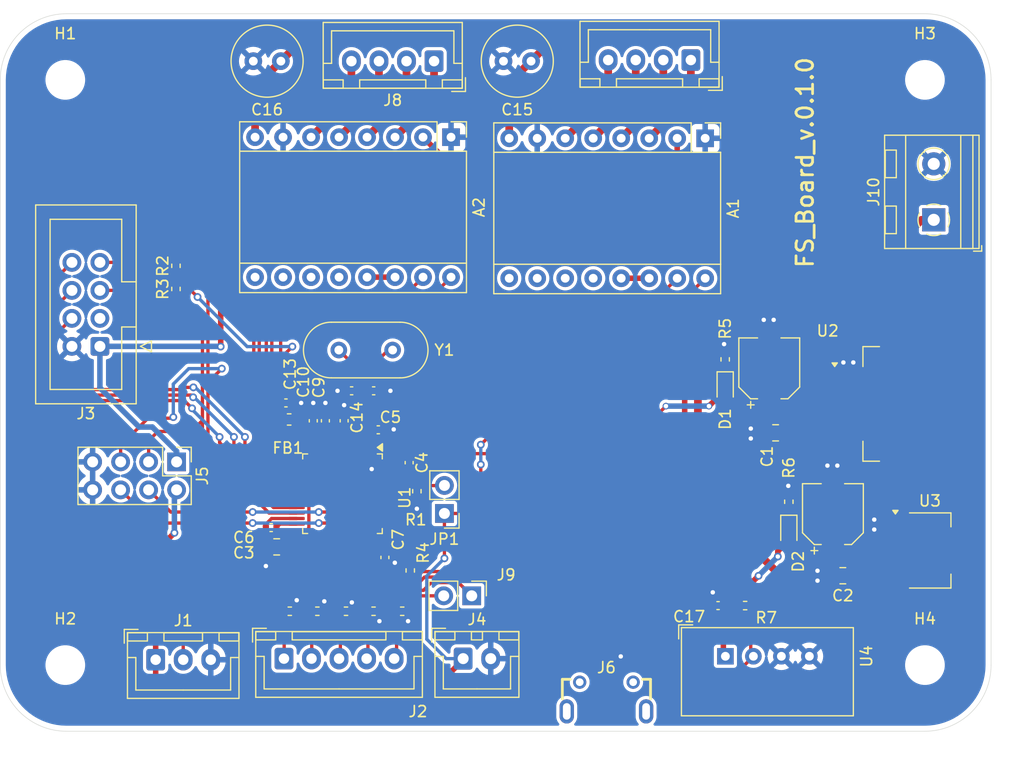
<source format=kicad_pcb>
(kicad_pcb (version 20240108) (generator "pcbnew") (generator_version "8.0")
  (layers (0 "F.Cu" signal) (31 "B.Cu" power) (34 "B.Paste" user) (35 "F.Paste" user) (36 "B.SilkS" user "B.Silkscreen") (37 "F.SilkS" user "F.Silkscreen") (38 "B.Mask" user) (39 "F.Mask" user) (44 "Edge.Cuts" user))
  (net 0 "")
  (net 2 "GND")
  (net 4 "STEP_1")
  (net 5 "Net-(A1-2B)")
  (net 7 "Net-(A1-2A)")
  (net 8 "+3.3V")
  (net 9 "Net-(A1-1B)")
  (net 10 "Net-(A1-~{RESET})")
  (net 11 "DIR_1")
  (net 12 "Net-(A1-1A)")
  (net 13 "PSU_+12V")
  (net 15 "Net-(A2-2B)")
  (net 16 "DIR_2")
  (net 17 "Net-(A2-1B)")
  (net 18 "Net-(A2-2A)")
  (net 19 "STEP_2")
  (net 22 "Net-(A2-1A)")
  (net 24 "Net-(A2-~{RESET})")
  (net 26 "+3.3VA")
  (net 27 "/HSE_OUT")
  (net 28 "/HSE_IN")
  (net 29 "Net-(U1-NRST)")
  (net 30 "+5V")
  (net 31 "Net-(D1-K)")
  (net 32 "Net-(D2-K)")
  (net 33 "LS_ZERO")
  (net 34 "LS_EXT_5")
  (net 35 "LS_EXT_3")
  (net 36 "LS_EXT_4")
  (net 37 "LS_EXT_1")
  (net 38 "LS_EXT_2")
  (net 39 "BUTTON_1")
  (net 40 "I2C_SCL")
  (net 41 "I2C_SDA")
  (net 42 "BUTTON_3")
  (net 44 "BUTTON_2")
  (net 45 "SWCLK")
  (net 46 "SWDIO")
  (net 48 "USB_D+")
  (net 50 "USB_D-")
  (net 51 "/BOOT0")
  (net 52 "DHT22_SDA")
  (net 60 "USART_1_TX")
  (net 65 "USART_1_RX")
  (footprint "Capacitor_THT:C_Radial_D6.3mm_H11.0mm_P2.50mm" (layer "F.Cu") (at 139.26 66.6 180)
    (property "Reference" "C15")
    (property "Value" "100u")
  )
  (footprint "Resistor_SMD:R_0402_1005Metric" (layer "F.Cu") (at 107.04 85.17 90)
    (property "Reference" "R2")
    (property "Value" "4.7k")
  )
  (footprint "Capacitor_SMD:C_0402_1005Metric" (layer "F.Cu") (at 128.2 103.0325 -90)
    (property "Reference" "C4")
    (property "Value" "100n")
  )
  (footprint "Resistor_SMD:R_0402_1005Metric" (layer "F.Cu") (at 127.57 116.5125)
    (property "Reference" "R8" (hide yes))
    (property "Value" "10k")
  )
  (footprint "Capacitor_SMD:CP_Elec_5x5.4" (layer "F.Cu") (at 160.875 94.475 90)
    (property "Reference" "Electrolytic1" (hide yes))
    (property "Value" "10u")
  )
  (footprint "MountingHole:MountingHole_3.2mm_M3" (layer "F.Cu") (at 175 68.3)
    (property "Reference" "H3")
    (property "Value" "MountingHole")
  )
  (footprint "Package_TO_SOT_SMD:TO-263-3_TabPin2" (layer "F.Cu") (at 174.2 97.7)
    (property "Reference" "U2")
    (property "Value" "LM1086-3.3")
  )
  (footprint "Resistor_SMD:R_0402_1005Metric" (layer "F.Cu") (at 128.3 112.8125 -90)
    (property "Reference" "R4")
    (property "Value" "1.5k")
  )
  (footprint "LED_SMD:LED_0603_1608Metric" (layer "F.Cu") (at 156.875 96.275 -90)
    (property "Reference" "D1")
    (property "Value" "LED")
  )
  (footprint "Connector_JST:JST_XH_B4B-XH-A_1x04_P2.50mm_Vertical" (layer "F.Cu") (at 153.76 66.5 180)
    (property "Reference" "J7" (hide yes))
    (property "Value" "Stepper_1")
  )
  (footprint "Capacitor_SMD:C_0402_1005Metric" (layer "F.Cu") (at 125.4 100.05)
    (property "Reference" "C5")
    (property "Value" "100n")
  )
  (footprint "Capacitor_SMD:C_0805_2012Metric" (layer "F.Cu") (at 116.18 110.6725 180)
    (property "Reference" "C3")
    (property "Value" "10u")
  )
  (footprint "Resistor_SMD:R_0402_1005Metric" (layer "F.Cu") (at 162.65 106.5775 90)
    (property "Reference" "R6")
    (property "Value" "1.5k")
  )
  (footprint "Connector_PinHeader_2.54mm:PinHeader_1x02_P2.54mm_Vertical" (layer "F.Cu") (at 133.875 115.1125 -90)
    (property "Reference" "J9")
    (property "Value" "USART1")
  )
  (footprint "Connector_JST:JST_XH_B4B-XH-A_1x04_P2.50mm_Vertical" (layer "F.Cu") (at 130.46 66.6 180)
    (property "Reference" "J8")
    (property "Value" "Stepper_2")
  )
  (footprint "Capacitor_SMD:C_0402_1005Metric" (layer "F.Cu") (at 122.3 99.2325 -90)
    (property "Reference" "C14")
    (property "Value" "100n")
  )
  (footprint "Connector_JST:JST_XH_B5B-XH-A_1x05_P2.50mm_Vertical" (layer "F.Cu") (at 116.84 120.8125)
    (property "Reference" "J2")
    (property "Value" "LS_Extruder")
  )
  (footprint "Connector_JST:JST_XH_B2B-XH-A_1x02_P2.50mm_Vertical" (layer "F.Cu") (at 133.1 120.8125)
    (property "Reference" "J4")
    (property "Value" "LS_Extruder_Power")
  )
  (footprint "Module:Pololu_Breakout-16_15.2x20.3mm" (layer "F.Cu") (at 155.06 73.6 -90)
    (property "Reference" "A1")
    (property "Value" "A4988_Breakout_1")
  )
  (footprint "Resistor_SMD:R_0402_1005Metric" (layer "F.Cu") (at 124.97 116.5125)
    (property "Reference" "R9" (hide yes))
    (property "Value" "10k")
  )
  (footprint "Capacitor_SMD:CP_Elec_5x5.4" (layer "F.Cu") (at 166.65 107.7 90)
    (property "Reference" "Electrolytic2" (hide yes))
    (property "Value" "10u")
  )
  (footprint "Resistor_SMD:R_0402_1005Metric" (layer "F.Cu") (at 158.685 116 180)
    (property "Reference" "R7")
    (property "Value" "5.1k")
  )
  (footprint "Capacitor_THT:C_Radial_D6.3mm_H11.0mm_P2.50mm" (layer "F.Cu") (at 116.56 66.6 180)
    (property "Reference" "C16")
    (property "Value" "100u")
  )
  (footprint "LED_SMD:LED_0603_1608Metric" (layer "F.Cu") (at 162.65 109.2875 -90)
    (property "Reference" "D2")
    (property "Value" "LED")
  )
  (footprint "Resistor_SMD:R_0402_1005Metric" (layer "F.Cu") (at 128.9 105.6225 -90)
    (property "Reference" "R1")
    (property "Value" "10k")
  )
  (footprint "Library:MICRO-USB-SMD_5P-P0.65-H-F_C10418" (layer "F.Cu") (at 146.1 124.275)
    (property "Reference" "J6")
    (property "Value" "USB_B_Micro")
  )
  (footprint "Inductor_SMD:L_0603_1608Metric" (layer "F.Cu") (at 117.3125 99.1125)
    (property "Reference" "FB1")
    (property "Value" "120R")
  )
  (footprint "Resistor_SMD:R_0402_1005Metric" (layer "F.Cu") (at 122.47 116.5125)
    (property "Reference" "R10" (hide yes))
    (property "Value" "10k")
  )
  (footprint "Capacitor_SMD:C_0402_1005Metric" (layer "F.Cu") (at 119.5 99.2325 90)
    (property "Reference" "C10")
    (property "Value" "10n")
  )
  (footprint "Capacitor_SMD:C_0805_2012Metric" (layer "F.Cu") (at 167.55 113.29 180)
    (property "Reference" "C2")
    (property "Value" "10u")
  )
  (footprint "Resistor_SMD:R_0402_1005Metric" (layer "F.Cu") (at 156.875 93.66 90)
    (property "Reference" "R5")
    (property "Value" "1.5k")
  )
  (footprint "TerminalBlock_RND:TerminalBlock_RND_205-00232_1x02_P5.08mm_Horizontal" (layer "F.Cu") (at 175.8 81 90)
    (property "Reference" "J10")
    (property "Value" "PSU")
  )
  (footprint "Capacitor_SMD:C_0402_1005Metric" (layer "F.Cu") (at 124.98 96.5125)
    (property "Reference" "C11" (hide yes))
    (property "Value" "10p")
  )
  (footprint "Capacitor_SMD:C_0402_1005Metric" (layer "F.Cu") (at 156.23 116 180)
    (property "Reference" "C17")
    (property "Value" "100n")
  )
  (footprint "MountingHole:MountingHole_3.2mm_M3" (layer "F.Cu") (at 97 68.3)
    (property "Reference" "H1")
    (property "Value" "MountingHole")
  )
  (footprint "Capacitor_SMD:C_0402_1005Metric" (layer "F.Cu") (at 115.68 108.9225 180)
    (property "Reference" "C6")
    (property "Value" "100n")
  )
  (footprint "Connector_IDC:IDC-Header_2x04_P2.54mm_Vertical" (layer "F.Cu") (at 100.14 92.48 180)
    (property "Reference" "J3")
    (property "Value" "IDC Breakout")
  )
  (footprint "Capacitor_SMD:C_0402_1005Metric" (layer "F.Cu") (at 120.6 99.2325 90)
    (property "Reference" "C9")
    (property "Value" "1u")
  )
  (footprint "Capacitor_SMD:C_0402_1005Metric" (layer "F.Cu") (at 117.02 97.6125)
    (property "Reference" "C13")
    (property "Value" "1u")
  )
  (footprint "MountingHole:MountingHole_3.2mm_M3" (layer "F.Cu") (at 175 121.4)
    (property "Reference" "H4")
    (property "Value" "MountingHole")
  )
  (footprint "Module:Pololu_Breakout-16_15.2x20.3mm" (layer "F.Cu") (at 132 73.5 -90)
    (property "Reference" "A2")
    (property "Value" "A4988_Breakout_2")
  )
  (footprint "Package_QFP:LQFP-48_7x7mm_P0.5mm" (layer "F.Cu") (at 122.15 105.85 -90)
    (property "Reference" "U1")
    (property "Value" "STM32F103C8T6")
  )
  (footprint "Connector_PinHeader_2.54mm:PinHeader_1x02_P2.54mm_Vertical" (layer "F.Cu") (at 131.4 107.64 180)
    (property "Reference" "JP1")
    (property "Value" "BOOT0")
  )
  (footprint "Connector_JST:JST_XH_B3B-XH-A_1x03_P2.50mm_Vertical" (layer "F.Cu") (at 105.2 120.9125)
    (property "Reference" "J1")
    (property "Value" "LS_Zero")
  )
  (footprint "MountingHole:MountingHole_3.2mm_M3" (layer "F.Cu") (at 97 121.4)
    (property "Reference" "H2")
    (property "Value" "MountingHole")
  )
  (footprint "Capacitor_SMD:C_0402_1005Metric" (layer "F.Cu") (at 122.98 96.5125 180)
    (property "Reference" "C12" (hide yes))
    (property "Value" "10p")
  )
  (footprint "Capacitor_SMD:C_0402_1005Metric" (layer "F.Cu") (at 126 111.6325 -90)
    (property "Reference" "C7")
    (property "Value" "100n")
  )
  (footprint "Sensor:ASAIR_AM2302_P2.54mm_Vertical" (layer "F.Cu") (at 156.895 120.6)
    (property "Reference" "U4")
    (property "Value" "DHT22")
  )
  (footprint "Package_TO_SOT_SMD:SOT-223-3_TabPin2" (layer "F.Cu") (at 175.45 111)
    (property "Reference" "U3")
    (property "Value" "NCP1117-1.5_SOT223")
  )
  (footprint "Crystal:Crystal_HC49-U_Vertical" (layer "F.Cu") (at 126.7 92.8125 180)
    (property "Reference" "Y1")
    (property "Value" "8MHz")
  )
  (footprint "Resistor_SMD:R_0402_1005Metric" (layer "F.Cu") (at 119.87 116.5125)
    (property "Reference" "R11" (hide yes))
    (property "Value" "10k")
  )
  (footprint "Resistor_SMD:R_0402_1005Metric" (layer "F.Cu") (at 117.37 116.5125)
    (property "Reference" "R12" (hide yes))
    (property "Value" "10k")
  )
  (footprint "Resistor_SMD:R_0402_1005Metric" (layer "F.Cu") (at 107.04 87.27 -90)
    (property "Reference" "R3")
    (property "Value" "4.7k")
  )
  (footprint "Connector_PinHeader_2.54mm:PinHeader_2x04_P2.54mm_Vertical" (layer "F.Cu") (at 107.1 102.96 -90)
    (property "Reference" "J5")
    (property "Value" "2.54 Pin Header")
  )
  (footprint "Capacitor_SMD:C_0805_2012Metric" (layer "F.Cu") (at 161.45 100.325 180)
    (property "Reference" "C1")
    (property "Value" "10u")
  )
  (gr_line (start 91.1 121.4) (end 91.1 68.3) (stroke (width 0.05)) (layer "Edge.Cuts"))
  (gr_line (start 181 121.4) (end 181 68.3) (stroke (width 0.05)) (layer "Edge.Cuts"))
  (gr_arc (start 97.1 127.4) (mid 92.857359 125.642641) (end 91.1 121.4) (stroke (width 0.05)) (layer "Edge.Cuts"))
  (gr_line (start 97.1 62.3) (end 175 62.3) (stroke (width 0.05)) (layer "Edge.Cuts"))
  (gr_arc (start 181 121.4) (mid 179.242641 125.642641) (end 175 127.4) (stroke (width 0.05)) (layer "Edge.Cuts"))
  (gr_line (start 97.1 127.4) (end 175 127.4) (stroke (width 0.05)) (layer "Edge.Cuts"))
  (gr_arc (start 175 62.3) (mid 179.242641 64.057359) (end 181 68.3) (stroke (width 0.05)) (layer "Edge.Cuts"))
  (gr_arc (start 91.1 68.3) (mid 92.857359 64.057359) (end 97.1 62.3) (stroke (width 0.05)) (layer "Edge.Cuts"))
  (gr_text "FS_Board_v.0.1.0" (at 165 85.5 90) (layer "F.SilkS") (effects (font (size 1.5 1.5) (thickness 0.25) (bold yes)) (justify left bottom)))
  (segment (start 115.2 108.9225) (end 115.2 110.6425) (width 0.3) (layer "F.Cu") (net 2))
  (segment (start 122.98 115.7325) (end 122.98 116.5125) (width 0.5) (layer "F.Cu") (net 2))
  (segment (start 128.08 116.5125) (end 128.08 117.3925) (width 0.5) (layer "F.Cu") (net 2))
  (segment (start 126.7625 100.05) (end 126.8 100.0125) (width 0.5) (layer "F.Cu") (net 2))
  (segment (start 117.88 116.5125) (end 117.88 115.6325) (width 0.5) (layer "F.Cu") (net 2))
  (segment (start 117.5 97.6125) (end 118.4 97.6125) (width 0.5) (layer "F.Cu") (net 2))
  (segment (start 117.88 115.6325) (end 118 115.5125) (width 0.5) (layer "F.Cu") (net 2))
  (segment (start 117.9875 108.1) (end 115.712501 108.1) (width 0.3) (layer "F.Cu") (net 2))
  (segment (start 122.3 97.8125) (end 122.3 98.7525) (width 0.5) (layer "F.Cu") (net 2))
  (segment (start 115.0675 108.79) (end 115.2 108.9225) (width 0.3) (layer "F.Cu") (net 2))
  (segment (start 155.75 114.8) (end 155.75 116) (width 0.3) (layer "F.Cu") (net 2))
  (segment (start 124.4 110.0125) (end 124.4 111.0725) (width 0.3) (layer "F.Cu") (net 2))
  (segment (start 162.65 105.1875) (end 162.6 105.1375) (width 0.5) (layer "F.Cu") (net 2))
  (segment (start 162.65 106.0675) (end 162.65 105.1875) (width 0.5) (layer "F.Cu") (net 2))
  (segment (start 120.38 115.7325) (end 120.5 115.6125) (width 0.5) (layer "F.Cu") (net 2))
  (segment (start 115.2 112.4125) (end 115.2 110.7025) (width 0.5) (layer "F.Cu") (net 2))
  (segment (start 125.46 96.5125) (end 126.5 96.5125) (width 0.5) (layer "F.Cu") (net 2))
  (segment (start 123 115.7125) (end 122.98 115.7325) (width 0.5) (layer "F.Cu") (net 2))
  (segment (start 125.88 100.05) (end 126.7625 100.05) (width 0.5) (layer "F.Cu") (net 2))
  (segment (start 120.6 97.6125) (end 120.6 98.7525) (width 0.5) (layer "F.Cu") (net 2))
  (segment (start 120.38 116.5125) (end 120.38 115.7325) (width 0.5) (layer "F.Cu") (net 2))
  (segment (start 115.2 108.612501) (end 115.2 108.9225) (width 0.3) (layer "F.Cu") (net 2))
  (segment (start 126.3125 103.6) (end 124.8125 103.6) (width 0.3) (layer "F.Cu") (net 2))
  (segment (start 128.1125 103.6) (end 128.2 103.5125) (width 0.3) (layer "F.Cu") (net 2))
  (segment (start 125.48 116.5125) (end 125.48 117.3925) (width 0.5) (layer "F.Cu") (net 2))
  (segment (start 115.2 110.7025) (end 115.23 110.6725) (width 0.5) (layer "F.Cu") (net 2))
  (segment (start 147.4 123.3625) (end 147.4 120.6125) (width 0.3) (layer "F.Cu") (net 2))
  (segment (start 124.8125 103.6) (end 124.8 103.6125) (width 0.3) (layer "F.Cu") (net 2))
  (segment (start 121.4 99.242501) (end 120.909999 98.7525) (width 0.3) (layer "F.Cu") (net 2))
  (segment (start 122.5 96.5125) (end 121.7 96.5125) (width 0.5) (layer "F.Cu") (net 2))
  (segment (start 125.44 112.1125) (end 126 112.1125) (width 0.3) (layer "F.Cu") (net 2))
  (segment (start 115.2 110.6425) (end 115.23 110.6725) (width 0.3) (layer "F.Cu") (net 2))
  (segment (start 125.48 117.3925) (end 125.5 117.4125) (width 0.5) (layer "F.Cu") (net 2))
  (segment (start 115.712501 108.1) (end 115.2 108.612501) (width 0.3) (layer "F.Cu") (net 2))
  (segment (start 156.875 93.15) (end 156.875 92.375) (width 0.5) (layer "F.Cu") (net 2))
  (segment (start 120.909999 98.7525) (end 120.6 98.7525) (width 0.3) (layer "F.Cu") (net 2))
  (segment (start 126.9 112.1125) (end 126 112.1125) (width 0.5) (layer "F.Cu") (net 2))
  (segment (start 128.9 106.1325) (end 128.9 107.2125) (width 0.3) (layer "F.Cu") (net 2))
  (segment (start 126.3125 103.6) (end 128.1125 103.6) (width 0.3) (layer "F.Cu") (net 2))
  (segment (start 121.4 101.6875) (end 121.4 99.242501) (width 0.3) (layer "F.Cu") (net 2))
  (segment (start 124.4 111.0725) (end 125.44 112.1125) (width 0.3) (layer "F.Cu") (net 2))
  (segment (start 119.5 97.6125) (end 119.5 98.7525) (width 0.5) (layer "F.Cu") (net 2))
  (segment (start 128.08 117.3925) (end 128.1 117.4125) (width 0.5) (layer "F.Cu") (net 2))
  (via (at 147.4 120.6125) (size 0.7) (drill 0.4) (layers "F.Cu" "B.Cu") (net 2))
  (via (at 170.4 109.1) (size 0.7) (drill 0.4) (layers "F.Cu" "B.Cu") (net 2))
  (via (at 128.1 117.4125) (size 0.7) (drill 0.4) (layers "F.Cu" "B.Cu") (net 2))
  (via (at 115.2 112.4125) (size 0.7) (drill 0.4) (layers "F.Cu" "B.Cu") (net 2))
  (via (at 166.15 103.3) (size 0.7) (drill 0.4) (layers "F.Cu" "B.Cu") (net 2))
  (via (at 159.2 100.84) (size 0.7) (drill 0.4) (layers "F.Cu" "B.Cu") (net 2))
  (via (at 126.5 96.5125) (size 0.7) (drill 0.4) (layers "F.Cu" "B.Cu") (net 2))
  (via (at 128.9 107.2125) (size 0.7) (drill 0.4) (layers "F.Cu" "B.Cu") (net 2))
  (via (at 168.5 93.94) (size 0.7) (drill 0.4) (layers "F.Cu" "B.Cu") (net 2))
  (via (at 119.5 97.6125) (size 0.7) (drill 0.4) (layers "F.Cu" "B.Cu") (net 2))
  (via (at 125.5 117.4125) (size 0.7) (drill 0.4) (layers "F.Cu" "B.Cu") (net 2))
  (via (at 161.275 90.075) (size 0.7) (drill 0.4) (layers "F.Cu" "B.Cu") (net 2))
  (via (at 159.2 99.94) (size 0.7) (drill 0.4) (layers "F.Cu" "B.Cu") (net 2))
  (via (at 165.25 112.84) (size 0.7) (drill 0.4) (layers "F.Cu" "B.Cu") (net 2))
  (via (at 120.5 115.6125) (size 0.7) (drill 0.4) (layers "F.Cu" "B.Cu") (net 2))
  (via (at 118.4 97.6125) (size 0.7) (drill 0.4) (layers "F.Cu" "B.Cu") (net 2))
  (via (at 160.375 90.075) (size 0.7) (drill 0.4) (layers "F.Cu" "B.Cu") (net 2))
  (via (at 170.4 108.2) (size 0.7) (drill 0.4) (layers "F.Cu" "B.Cu") (net 2))
  (via (at 156.775 92.275) (size 0.7) (drill 0.4) (layers "F.Cu" "B.Cu") (net 2))
  (via (at 123 115.7125) (size 0.7) (drill 0.4) (layers "F.Cu" "B.Cu") (net 2))
  (via (at 124.8 103.6125) (size 0.7) (drill 0.4) (layers "F.Cu" "B.Cu") (net 2))
  (via (at 162.6 105.1375) (size 0.7) (drill 0.4) (layers "F.Cu" "B.Cu") (net 2))
  (via (at 118 115.5125) (size 0.7) (drill 0.4) (layers "F.Cu" "B.Cu") (net 2))
  (via (at 126.8 100.0125) (size 0.7) (drill 0.4) (layers "F.Cu" "B.Cu") (net 2))
  (via (at 122.3 97.8125) (size 0.7) (drill 0.4) (layers "F.Cu" "B.Cu") (net 2))
  (via (at 165.25 113.74) (size 0.7) (drill 0.4) (layers "F.Cu" "B.Cu") (net 2))
  (via (at 120.6 97.6125) (size 0.7) (drill 0.4) (layers "F.Cu" "B.Cu") (net 2))
  (via (at 121.7 96.5125) (size 0.7) (drill 0.4) (layers "F.Cu" "B.Cu") (net 2))
  (via (at 167.6 93.94) (size 0.7) (drill 0.4) (layers "F.Cu" "B.Cu") (net 2))
  (via (at 167.05 103.3) (size 0.7) (drill 0.4) (layers "F.Cu" "B.Cu") (net 2))
  (via (at 155.75 114.8) (size 0.7) (drill 0.4) (layers "F.Cu" "B.Cu") (net 2))
  (via (at 126.9 112.1125) (size 0.7) (drill 0.4) (layers "F.Cu" "B.Cu") (net 2))
  (segment (start 119.4 100.9425) (end 119.3 100.8425) (width 0.3) (layer "F.Cu") (net 4))
  (segment (start 115.2375 90.7625) (end 117 89) (width 0.3) (layer "F.Cu") (net 4))
  (segment (start 119.4 101.6875) (end 119.4 100.9425) (width 0.3) (layer "F.Cu") (net 4))
  (segment (start 119.3 100.8425) (end 116.262497 100.8425) (width 0.3) (layer "F.Cu") (net 4))
  (segment (start 116.262497 100.8425) (end 115.2375 99.817503) (width 0.3) (layer "F.Cu") (net 4))
  (segment (start 115.2375 99.817503) (end 115.2375 90.7625) (width 0.3) (layer "F.Cu") (net 4))
  (segment (start 117 89) (end 149.82 89) (width 0.3) (layer "F.Cu") (net 4))
  (segment (start 149.82 89) (end 152.52 86.3) (width 0.3) (layer "F.Cu") (net 4))
  (segment (start 146.26 66.5) (end 146.26 69.7) (width 0.7) (layer "F.Cu") (net 5))
  (segment (start 146.26 69.7) (end 142.36 73.6) (width 0.7) (layer "F.Cu") (net 5))
  (segment (start 148.76 66.5) (end 148.76 69.74) (width 0.7) (layer "F.Cu") (net 7))
  (segment (start 148.76 69.74) (end 144.9 73.6) (width 0.7) (layer "F.Cu") (net 7))
  (segment (start 124.9 101.6875) (end 124.9 100.07) (width 0.3) (layer "F.Cu") (net 8))
  (segment (start 124.92 99.740001) (end 125.427501 99.2325) (width 0.3) (layer "F.Cu") (net 8))
  (segment (start 105.2 120.9125) (end 105.2 117.8125) (width 0.5) (layer "F.Cu") (net 8))
  (segment (start 116.16 108.9225) (end 116.16 109.7025) (width 0.3) (layer "F.Cu") (net 8))
  (segment (start 156.875 97.0625) (end 156.2375 97.0625) (width 0.5) (layer "F.Cu") (net 8))
  (segment (start 109.4 113.6125) (end 115.4 113.6125) (width 0.5) (layer "F.Cu") (net 8))
  (segment (start 117.8 90.4) (end 130.6 90.4) (width 0.3) (layer "F.Cu") (net 8))
  (segment (start 128.153154 102.5525) (end 128.2 102.5525) (width 0.3) (layer "F.Cu") (net 8))
  (segment (start 124.92 100.05) (end 124.92 99.740001) (width 0.3) (layer "F.Cu") (net 8))
  (segment (start 116.54 94.2) (end 116.54 91.66) (width 0.3) (layer "F.Cu") (net 8))
  (segment (start 116.54 99.0975) (end 116.525 99.1125) (width 0.5) (layer "F.Cu") (net 8))
  (segment (start 124.9 110.8125) (end 125.2 111.1125) (width 0.3) (layer "F.Cu") (net 8))
  (segment (start 116.54 93.56) (end 117.6 92.5) (width 0.3) (layer "F.Cu") (net 8))
  (segment (start 132 97.6325) (end 133.6 99.2325) (width 0.3) (layer "F.Cu") (net 8))
  (segment (start 134.7 105.9) (end 132.96 107.64) (width 0.3) (layer "F.Cu") (net 8))
  (segment (start 131.4 109.8125) (end 131.4 111.7125) (width 0.3) (layer "F.Cu") (net 8))
  (segment (start 133 121.0125) (end 133 120.8125) (width 0.5) (layer "F.Cu") (net 8))
  (segment (start 130.06 111.1525) (end 131.4 109.8125) (width 0.3) (layer "F.Cu") (net 8))
  (segment (start 116.54 91.66) (end 117.8 90.4) (width 0.3) (layer "F.Cu") (net 8))
  (segment (start 132 91.868135) (end 132 97.6325) (width 0.3) (layer "F.Cu") (net 8))
  (segment (start 116.4825 108.6) (end 116.16 108.9225) (width 0.3) (layer "F.Cu") (net 8))
  (segment (start 136.8675 99.2325) (end 134.7 101.4) (width 0.3) (layer "F.Cu") (net 8))
  (segment (start 105.2 117.8125) (end 109.4 113.6125) (width 0.5) (layer "F.Cu") (net 8))
  (segment (start 127.15 111.1525) (end 128.3 112.3025) (width 0.3) (layer "F.Cu") (net 8))
  (segment (start 117.9875 108.6) (end 116.4825 108.6) (width 0.3) (layer "F.Cu") (net 8))
  (segment (start 116.54 97.6125) (end 116.54 94.2) (width 0.3) (layer "F.Cu") (net 8))
  (segment (start 124.9 110.0125) (end 124.9 110.8125) (width 0.3) (layer "F.Cu") (net 8))
  (segment (start 137.1 99.2325) (end 136.8675 99.2325) (width 0.3) (layer "F.Cu") (net 8))
  (segment (start 156.2375 97.0625) (end 155.4 97.9) (width 0.5) (layer "F.Cu") (net 8))
  (segment (start 117.13 111.8825) (end 117.13 110.6725) (width 0.5) (layer "F.Cu") (net 8))
  (segment (start 125.2 111.1125) (end 125.9 111.1125) (width 0.3) (layer "F.Cu") (net 8))
  (segment (start 130.6 90.468135) (end 132 91.868135) (width 0.3) (layer "F.Cu") (net 8))
  (segment (start 127.605654 103.1) (end 128.153154 102.5525) (width 0.3) (layer "F.Cu") (net 8))
  (segment (start 130.6 90.4) (end 130.6 90.468135) (width 0.3) (layer "F.Cu") (net 8))
  (segment (start 105.2 115.2125) (end 105.2 111.1) (width 0.5) (layer "F.Cu") (net 8))
  (segment (start 116.54 97.6125) (end 116.54 99.0975) (width 0.5) (layer "F.Cu") (net 8))
  (segment (start 105.6 123.6125) (end 130.4 123.6125) (width 0.5) (layer "F.Cu") (net 8))
  (segment (start 109 88) (end 107.76 86.76) (width 0.3) (layer "F.Cu") (net 8))
  (segment (start 124.9 100.07) (end 124.92 100.05) (width 0.3) (layer "F.Cu") (net 8))
  (segment (start 137.1 99.2325) (end 133.6 99.2325) (width 0.3) (layer "F.Cu") (net 8))
  (segment (start 105.2 117.8125) (end 105.2 115.2125) (width 0.5) (layer "F.Cu") (net 8))
  (segment (start 116.54 94.2) (end 116.54 93.56) (width 0.3) (layer "F.Cu") (net 8))
  (segment (start 116.16 109.7025) (end 117.13 110.6725) (width 0.3) (layer "F.Cu") (net 8))
  (segment (start 127.15 111.1525) (end 130.06 111.1525) (width 0.3) (layer "F.Cu") (net 8))
  (segment (start 126.3125 103.1) (end 127.605654 103.1) (width 0.3) (layer "F.Cu") (net 8))
  (segment (start 105.2 120.9125) (end 105.2 123.2125) (width 0.5) (layer "F.Cu") (net 8))
  (segment (start 126 111.1525) (end 127.15 111.1525) (width 0.3) (layer "F.Cu") (net 8))
  (segment (start 128.2 102.5525) (end 131.52 99.2325) (width 0.3) (layer "F.Cu") (net 8))
  (segment (start 107.04 85.68) (end 107.04 86.76) (width 0.5) (layer "F.Cu") (net 8))
  (segment (start 125.427501 99.2325) (end 131.52 99.2325) (width 0.3) (layer "F.Cu") (net 8))
  (segment (start 134.7 103.2) (end 134.7 105.9) (width 0.3) (layer "F.Cu") (net 8))
  (segment (start 131.52 99.2325) (end 133.6 99.2325) (width 0.3) (layer "F.Cu") (net 8))
  (segment (start 151.5 97.9) (end 150.1675 99.2325) (width 0.3) (layer "F.Cu") (net 8))
  (segment (start 105.3 111) (end 106.9 109.4) (width 0.5) (layer "F.Cu") (net 8))
  (segment (start 115.4 113.6125) (end 117.13 111.8825) (width 0.5) (layer "F.Cu") (net 8))
  (segment (start 132.96 107.64) (end 131.4 107.64) (width 0.3) (layer "F.Cu") (net 8))
  (segment (start 150.1675 99.2325) (end 137.1 99.2325) (width 0.3) (layer "F.Cu") (net 8))
  (segment (start 131.4 109.8125) (end 131.4 107.64) (width 0.3) (layer "F.Cu") (net 8))
  (segment (start 105.2 111.1) (end 105.3 111) (width 0.5) (layer "F.Cu") (net 8))
  (segment (start 105.2 123.2125) (end 105.6 123.6125) (width 0.5) (layer "F.Cu") (net 8))
  (segment (start 130.4 123.6125) (end 133 121.0125) (width 0.5) (layer "F.Cu") (net 8))
  (segment (start 107.76 86.76) (end 107.04 86.76) (width 0.3) (layer "F.Cu") (net 8))
  (via (at 106.9 109.4) (size 0.7) (drill 0.4) (layers "F.Cu" "B.Cu") (net 8))
  (via (at 151.5 97.9) (size 0.6) (drill 0.4) (layers "F.Cu" "B.Cu") (net 8))
  (via (at 117.6 92.5) (size 0.7) (drill 0.4) (layers "F.Cu" "B.Cu") (net 8))
  (via (at 155.4 97.9) (size 0.6) (drill 0.4) (layers "F.Cu" "B.Cu") (net 8))
  (via (at 131.4 111.7125) (size 0.7) (drill 0.4) (layers "F.Cu" "B.Cu") (net 8))
  (via (at 134.7 101.4) (size 0.7) (drill 0.4) (layers "F.Cu" "B.Cu") (net 8))
  (via (at 109 88) (size 0.7) (drill 0.4) (layers "F.Cu" "B.Cu") (net 8))
  (via (at 134.7 103.2) (size 0.7) (drill 0.4) (layers "F.Cu" "B.Cu") (net 8))
  (segment (start 106.9 109.4) (end 106.9 105.7) (width 0.5) (layer "B.Cu") (net 8))
  (segment (start 117.6 92.5) (end 113.5 92.5) (width 0.3) (layer "B.Cu") (net 8))
  (segment (start 131.4 111.7125) (end 129.8 113.3125) (width 0.3) (layer "B.Cu") (net 8))
  (segment (start 106.9 105.7) (end 107.1 105.5) (width 0.5) (layer "B.Cu") (net 8))
  (segment (start 113.5 92.5) (end 109 88) (width 0.3) (layer "B.Cu") (net 8))
  (segment (start 134.7 101.4) (end 134.7 103.2) (width 0.3) (layer "B.Cu") (net 8))
  (segment (start 155.4 97.9) (end 151.5 97.9) (width 0.5) (layer "B.Cu") (net 8))
  (segment (start 129.8 119.0525) (end 131.56 120.8125) (width 0.3) (layer "B.Cu") (net 8))
  (segment (start 131.56 120.8125) (end 133 120.8125) (width 0.3) (layer "B.Cu") (net 8))
  (segment (start 129.8 113.3125) (end 129.8 119.0525) (width 0.3) (layer "B.Cu") (net 8))
  (segment (start 153.76 66.5) (end 153.76 69.82) (width 0.7) (layer "F.Cu") (net 9))
  (segment (start 153.76 69.82) (end 149.98 73.6) (width 0.7) (layer "F.Cu") (net 9))
  (segment (start 147.44 86.3) (end 149.98 86.3) (width 0.5) (layer "F.Cu") (net 10))
  (segment (start 115.7375 99.610396) (end 115.7375 91.1625) (width 0.3) (layer "F.Cu") (net 11))
  (segment (start 119.9 101.6875) (end 119.9 100.6125) (width 0.3) (layer "F.Cu") (net 11))
  (segment (start 115.7375 91.1625) (end 117.4 89.5) (width 0.3) (layer "F.Cu") (net 11))
  (segment (start 116.469604 100.3425) (end 115.7375 99.610396) (width 0.3) (layer "F.Cu") (net 11))
  (segment (start 151.86 89.5) (end 155.06 86.3) (width 0.3) (layer "F.Cu") (net 11))
  (segment (start 119.63 100.3425) (end 116.469604 100.3425) (width 0.3) (layer "F.Cu") (net 11))
  (segment (start 119.9 100.6125) (end 119.63 100.3425) (width 0.3) (layer "F.Cu") (net 11))
  (segment (start 117.4 89.5) (end 151.86 89.5) (width 0.3) (layer "F.Cu") (net 11))
  (segment (start 151.26 66.5) (end 151.26 69.78) (width 0.7) (layer "F.Cu") (net 12))
  (segment (start 151.26 69.78) (end 147.44 73.6) (width 0.7) (layer "F.Cu") (net 12))
  (segment (start 172.3 113.3) (end 172.3 114.7) (width 0.7) (layer "F.Cu") (net 13))
  (segment (start 154.4 105.8) (end 154.4 93.377207) (width 0.7) (layer "F.Cu") (net 13))
  (segment (start 160.4 103.9) (end 162.4 101.9) (width 0.7) (layer "F.Cu") (net 13))
  (segment (start 171.1 115.9) (end 164.5 115.9) (width 0.7) (layer "F.Cu") (net 13))
  (segment (start 164.5 115.9) (end 160.4 111.8) (width 0.7) (layer "F.Cu") (net 13))
  (segment (start 114.22 73.5) (end 114.22 68.94) (width 0.7) (layer "F.Cu") (net 13))
  (segment (start 162.4 101.9) (end 162.4 100.325) (width 0.7) (layer "F.Cu") (net 13))
  (segment (start 174.7 81) (end 175.8 81) (width 0.7) (layer "F.Cu") (net 13))
  (segment (start 114.22 68.94) (end 116.56 66.6) (width 0.7) (layer "F.Cu") (net 13))
  (segment (start 139.26 66.6) (end 142.06 63.8) (width 0.7) (layer "F.Cu") (net 13))
  (segment (start 154.4 93.377207) (end 158.977207 88.8) (width 0.7) (layer "F.Cu") (net 13))
  (segment (start 119.36 63.8) (end 142.2 63.8) (width 0.7) (layer "F.Cu") (net 13))
  (segment (start 168.5 63.8) (end 142.2 63.8) (width 0.7) (layer "F.Cu") (net 13))
  (segment (start 170 85.7) (end 170 65.3) (width 0.7) (layer "F.Cu") (net 13))
  (segment (start 160.4 111.8) (end 160.4 103.9) (width 0.7) (layer "F.Cu") (net 13))
  (segment (start 158.977207 88.8) (end 166.9 88.8) (width 0.7) (layer "F.Cu") (net 13))
  (segment (start 172.3 114.7) (end 171.1 115.9) (width 0.7) (layer "F.Cu") (net 13))
  (segment (start 137.28 68.58) (end 139.26 66.6) (width 0.7) (layer "F.Cu") (net 13))
  (segment (start 137.28 73.6) (end 137.28 68.58) (width 0.7) (layer "F.Cu") (net 13))
  (segment (start 166.9 88.8) (end 170 85.7) (width 0.7) (layer "F.Cu") (net 13))
  (segment (start 116.56 66.6) (end 119.36 63.8) (width 0.7) (layer "F.Cu") (net 13))
  (segment (start 142.06 63.8) (end 142.2 63.8) (width 0.7) (layer "F.Cu") (net 13))
  (segment (start 160.4 111.8) (end 154.4 105.8) (width 0.7) (layer "F.Cu") (net 13))
  (segment (start 170 65.3) (end 168.5 63.8) (width 0.7) (layer "F.Cu") (net 13))
  (segment (start 170 85.7) (end 174.7 81) (width 0.7) (layer "F.Cu") (net 13))
  (segment (start 122.96 69.84) (end 119.3 73.5) (width 0.7) (layer "F.Cu") (net 15))
  (segment (start 119.3 73.5) (end 119.36 73.5) (width 0.5) (layer "F.Cu") (net 15))
  (segment (start 122.96 66.6) (end 122.96 69.84) (width 0.7) (layer "F.Cu") (net 15))
  (segment (start 116.6 88.5) (end 129.7 88.5) (width 0.3) (layer "F.Cu") (net 16))
  (segment (start 129.7 88.5) (end 132 86.2) (width 0.3) (layer "F.Cu") (net 16))
  (segment (start 114.6 101.405394) (end 114.6 90.5) (width 0.3) (layer "F.Cu") (net 16))
  (segment (start 117.9875 103.1) (end 116.294606 103.1) (width 0.3) (layer "F.Cu") (net 16))
  (segment (start 114.6 90.5) (end 116.6 88.5) (width 0.3) (layer "F.Cu") (net 16))
  (segment (start 116.294606 103.1) (end 114.6 101.405394) (width 0.3) (layer "F.Cu") (net 16))
  (segment (start 130.46 69.96) (end 126.92 73.5) (width 0.7) (layer "F.Cu") (net 17))
  (segment (start 130.46 66.6) (end 130.46 69.96) (width 0.7) (layer "F.Cu") (net 17))
  (segment (start 125.46 66.6) (end 125.46 69.88) (width 0.7) (layer "F.Cu") (net 18))
  (segment (start 125.46 69.88) (end 121.84 73.5) (width 0.7) (layer "F.Cu") (net 18))
  (segment (start 116.0875 103.6) (end 114.1 101.6125) (width 0.3) (layer "F.Cu") (net 19))
  (segment (start 114.1 101.6125) (end 114.1 90.2) (width 0.3) (layer "F.Cu") (net 19))
  (segment (start 116.3 88) (end 127.66 88) (width 0.3) (layer "F.Cu") (net 19))
  (segment (start 114.1 90.2) (end 116.3 88) (width 0.3) (layer "F.Cu") (net 19))
  (segment (start 117.9875 103.6) (end 116.0875 103.6) (width 0.3) (layer "F.Cu") (net 19))
  (segment (start 127.66 88) (end 129.46 86.2) (width 0.3) (layer "F.Cu") (net 19))
  (segment (start 127.96 69.92) (end 124.38 73.5) (width 0.7) (layer "F.Cu") (net 22))
  (segment (start 127.96 66.6) (end 127.96 69.92) (width 0.7) (layer "F.Cu") (net 22))
  (segment (start 126.92 86.2) (end 124.38 86.2) (width 0.5) (layer "F.Cu") (net 24))
  (segment (start 119.5 99.7125) (end 120.6 99.7125) (width 0.3) (layer "F.Cu") (net 26))
  (segment (start 118.1 99.1125) (end 118.7 99.7125) (width 0.3) (layer "F.Cu") (net 26))
  (segment (start 120.6 99.7125) (end 120.9 100.0125) (width 0.3) (layer "F.Cu") (net 26))
  (segment (start 120.9 100.0125) (end 120.9 101.6875) (width 0.3) (layer "F.Cu") (net 26))
  (segment (start 118.7 99.7125) (end 119.5 99.7125) (width 0.3) (layer "F.Cu") (net 26))
  (segment (start 124.5 94.6125) (end 124.5 96.5125) (width 0.3) (layer "F.Cu") (net 27))
  (segment (start 126.3 92.8125) (end 124.5 94.6125) (width 0.3) (layer "F.Cu") (net 27))
  (segment (start 122.9 101.6875) (end 122.9 100.826452) (width 0.3) (layer "F.Cu") (net 27))
  (segment (start 122.9 100.826452) (end 124.5 99.226452) (width 0.3) (layer "F.Cu") (net 27))
  (segment (start 126.7 92.8125) (end 126.3 92.8125) (width 0.3) (layer "F.Cu") (net 27))
  (segment (start 124.5 99.226452) (end 124.5 96.5125) (width 0.3) (layer "F.Cu") (net 27))
  (segment (start 122.4 100.6125) (end 122.67 100.3425) (width 0.3) (layer "F.Cu") (net 28))
  (segment (start 123.46 94.4525) (end 123.46 96.5125) (width 0.3) (layer "F.Cu") (net 28))
  (segment (start 122.676846 100.3425) (end 123.46 99.559346) (width 0.3) (layer "F.Cu") (net 28))
  (segment (start 121.82 92.8125) (end 123.46 94.4525) (width 0.3) (layer "F.Cu") (net 28))
  (segment (start 122.4 101.6875) (end 122.4 100.6125) (width 0.3) (layer "F.Cu") (net 28))
  (segment (start 123.46 99.559346) (end 123.46 96.5125) (width 0.3) (layer "F.Cu") (net 28))
  (segment (start 122.67 100.3425) (end 122.676846 100.3425) (width 0.3) (layer "F.Cu") (net 28))
  (segment (start 121.9 101.6875) (end 121.9 100.1125) (width 0.3) (layer "F.Cu") (net 29))
  (segment (start 121.9 100.1125) (end 122.3 99.7125) (width 0.3) (layer "F.Cu") (net 29))
  (segment (start 161.65 111.55) (end 161.65 111.075) (width 0.5) (layer "F.Cu") (net 30))
  (segment (start 156.71 116) (end 158.175 116) (width 0.5) (layer "F.Cu") (net 30))
  (segment (start 111.1 92.5) (end 111.1 81.9) (width 0.5) (layer "F.Cu") (net 30))
  (segment (start 150.02 76.1) (end 152.56 78.64) (width 0.5) (layer "F.Cu") (net 30))
  (segment (start 161.65 111.075) (end 162.65 110.075) (width 0.5) (layer "F.Cu") (net 30))
  (segment (start 157 83.08) (end 157 88.1) (width 0.5) (layer "F.Cu") (net 30))
  (segment (start 150.02 76.1) (end 132.2 76.1) (width 0.5) (layer "F.Cu") (net 30))
  (segment (start 153.2 106.8) (end 158.175 111.775) (width 0.5) (layer "F.Cu") (net 30))
  (segment (start 152.52 73.6) (end 152.52 78.6) (width 0.5) (layer "F.Cu") (net 30))
  (segment (start 162.65 110.075) (end 166.475 110.075) (width 0.5) (layer "F.Cu") (net 30))
  (segment (start 132.06 76.1) (end 129.46 73.5) (width 0.5) (layer "F.Cu") (net 30))
  (segment (start 153.2 103.6) (end 153.2 106.8) (width 0.5) (layer "F.Cu") (net 30))
  (segment (start 153.2 91.9) (end 153.2 103.6) (width 0.5) (layer "F.Cu") (net 30))
  (segment (start 166.475 110.075) (end 166.65 109.9) (width 0.5) (layer "F.Cu") (net 30))
  (segment (start 152.56 78.64) (end 157 83.08) (width 0.5) (layer "F.Cu") (net 30))
  (segment (start 158.175 115.025) (end 159.9 113.3) (width 0.5) (layer "F.Cu") (net 30))
  (segment (start 157 88.1) (end 153.2 91.9) (width 0.5) (layer "F.Cu") (net 30))
  (segment (start 116.9 76.1) (end 132.2 76.1) (width 0.5) (layer "F.Cu") (net 30))
  (segment (start 158.175 111.775) (end 158.175 115.025) (width 0.5) (layer "F.Cu") (net 30))
  (segment (start 156.71 120.415) (end 156.895 120.6) (width 0.5) (layer "F.Cu") (net 30))
  (segment (start 111.1 81.9) (end 116.9 76.1) (width 0.5) (layer "F.Cu") (net 30))
  (segment (start 158.175 116) (end 158.175 115.025) (width 0.5) (layer "F.Cu") (net 30))
  (segment (start 156.71 116) (end 156.71 120.415) (width 0.5) (layer "F.Cu") (net 30))
  (segment (start 132.2 76.1) (end 132.06 76.1) (width 0.5) (layer "F.Cu") (net 30))
  (segment (start 152.52 78.6) (end 152.56 78.64) (width 0.5) (layer "F.Cu") (net 30))
  (via (at 111.1 92.5) (size 0.7) (drill 0.4) (layers "F.Cu" "B.Cu") (net 30))
  (via (at 161.65 111.55) (size 0.7) (drill 0.4) (layers "F.Cu" "B.Cu") (net 30))
  (via (at 159.9 113.3) (size 0.7) (drill 0.4) (layers "F.Cu" "B.Cu") (net 30))
  (segment (start 100.14 96.24) (end 103.7 99.8) (width 0.5) (layer "B.Cu") (net 30))
  (segment (start 159.9 113.3) (end 161.65 111.55) (width 0.5) (layer "B.Cu") (net 30))
  (segment (start 103.7 99.8) (end 104.9 99.8) (width 0.5) (layer "B.Cu") (net 30))
  (segment (start 100.14 92.48) (end 111.08 92.48) (width 0.5) (layer "B.Cu") (net 30))
  (segment (start 107.1 102) (end 107.1 102.96) (width 0.5) (layer "B.Cu") (net 30))
  (segment (start 100.14 92.48) (end 100.14 96.24) (width 0.5) (layer "B.Cu") (net 30))
  (segment (start 111.08 92.48) (end 111.1 92.5) (width 0.5) (layer "B.Cu") (net 30))
  (segment (start 104.9 99.8) (end 107.1 102) (width 0.5) (layer "B.Cu") (net 30))
  (segment (start 156.875 95.4875) (end 156.875 94.17) (width 0.5) (layer "F.Cu") (net 31))
  (segment (start 162.65 108.5) (end 162.65 107.0875) (width 0.5) (layer "F.Cu") (net 32))
  (segment (start 112.9 117.5125) (end 108.9 117.5125) (width 0.3) (layer "F.Cu") (net 33))
  (segment (start 119.1 104.37188) (end 119.1 108.97188) (width 0.3) (layer "F.Cu") (net 33))
  (segment (start 108.9 117.5125) (end 107.7 118.7125) (width 0.3) (layer "F.Cu") (net 33))
  (segment (start 117.9875 104.1) (end 118.82812 104.1) (width 0.3) (layer "F.Cu") (net 33))
  (segment (start 118.5 109.57188) (end 118.5 111.9125) (width 0.3) (layer "F.Cu") (net 33))
  (segment (start 118.5 111.9125) (end 112.9 117.5125) (width 0.3) (layer "F.Cu") (net 33))
  (segment (start 107.7 118.7125) (end 107.7 120.9125) (width 0.3) (layer "F.Cu") (net 33))
  (segment (start 118.82812 104.1) (end 119.1 104.37188) (width 0.3) (layer "F.Cu") (net 33))
  (segment (start 119.1 108.97188) (end 118.5 109.57188) (width 0.3) (layer "F.Cu") (net 33))
  (segment (start 121.4 112.205394) (end 124.96 115.765394) (width 0.3) (layer "F.Cu") (net 34))
  (segment (start 127.06 116.5125) (end 127.06 120.7525) (width 0.3) (layer "F.Cu") (net 34))
  (segment (start 121.4 110.0125) (end 121.4 112.205394) (width 0.3) (layer "F.Cu") (net 34))
  (segment (start 126.312894 115.765394) (end 127.06 116.5125) (width 0.3) (layer "F.Cu") (net 34))
  (segment (start 124.96 115.765394) (end 126.312894 115.765394) (width 0.3) (layer "F.Cu") (net 34))
  (segment (start 127.06 120.7525) (end 127 120.8125) (width 0.3) (layer "F.Cu") (net 34))
  (segment (start 121.96 115.1725) (end 121.96 116.5125) (width 0.3) (layer "F.Cu") (net 35))
  (segment (start 120.4 113.6125) (end 121.96 115.1725) (width 0.3) (layer "F.Cu") (net 35))
  (segment (start 120.4 110.0125) (end 120.4 113.6125) (width 0.3) (layer "F.Cu") (net 35))
  (segment (start 121.96 120.7725) (end 121.92 120.8125) (width 0.3) (layer "F.Cu") (net 35))
  (segment (start 121.96 116.5125) (end 121.96 120.7725) (width 0.3) (layer "F.Cu") (net 35))
  (segment (start 120.9 112.4125) (end 120.9 110.0125) (width 0.3) (layer "F.Cu") (net 36))
  (segment (start 124.46 115.9725) (end 120.9 112.4125) (width 0.3) (layer "F.Cu") (net 36))
  (segment (start 124.46 116.5125) (end 124.46 120.8125) (width 0.3) (layer "F.Cu") (net 36))
  (segment (start 124.46 116.5125) (end 124.46 115.9725) (width 0.3) (layer "F.Cu") (net 36))
  (segment (start 119.4 110.0125) (end 119.4 112.5125) (width 0.3) (layer "F.Cu") (net 37))
  (segment (start 119.4 112.5125) (end 116.86 115.0525) (width 0.3) (layer "F.Cu") (net 37))
  (segment (start 116.86 115.0525) (end 116.86 116.5125) (width 0.3) (layer "F.Cu") (net 37))
  (segment (start 116.86 116.5125) (end 116.86 120.7925) (width 0.3) (layer "F.Cu") (net 37))
  (segment (start 116.86 120.7925) (end 116.84 120.8125) (width 0.3) (layer "F.Cu") (net 37))
  (segment (start 119.9 110.0125) (end 119.9 113.7125) (width 0.3) (layer "F.Cu") (net 38))
  (segment (start 119.36 114.2525) (end 119.36 116.5125) (width 0.3) (layer "F.Cu") (net 38))
  (segment (start 119.36 120.7925) (end 119.38 120.8125) (width 0.3) (layer "F.Cu") (net 38))
  (segment (start 119.9 113.7125) (end 119.36 114.2525) (width 0.3) (layer "F.Cu") (net 38))
  (segment (start 119.36 116.5125) (end 119.36 120.7925) (width 0.3) (layer "F.Cu") (net 38))
  (segment (start 108.622241 96.200272) (end 107.801442 96.200272) (width 0.3) (layer "F.Cu") (net 39))
  (segment (start 113.3 102.098287) (end 113.3 100.7) (width 0.3) (layer "F.Cu") (net 39))
  (segment (start 97.414212 96.4) (end 96.1 95.085788) (width 0.3) (layer "F.Cu") (net 39))
  (segment (start 107.801442 96.200272) (end 107.601714 96.4) (width 0.3) (layer "F.Cu") (net 39))
  (segment (start 117.9875 104.6) (end 115.801713 104.6) (width 0.3) (layer "F.Cu") (net 39))
  (segment (start 107.601714 96.4) (end 97.414212 96.4) (width 0.3) (layer "F.Cu") (net 39))
  (segment (start 115.801713 104.6) (end 113.3 102.098287) (width 0.3) (layer "F.Cu") (net 39))
  (segment (start 96.1 95.085788) (end 96.1 91.44) (width 0.3) (layer "F.Cu") (net 39))
  (segment (start 96.1 91.44) (end 97.6 89.94) (width 0.3) (layer "F.Cu") (net 39))
  (via (at 113.3 100.7) (size 0.7) (drill 0.4) (layers "F.Cu" "B.Cu") (net 39))
  (via (at 108.622241 96.200272) (size 0.7) (drill 0.4) (layers "F.Cu" "B.Cu") (net 39))
  (segment (start 113.3 100.7) (end 108.800272 96.200272) (width 0.3) (layer "B.Cu") (net 39))
  (segment (start 108.800272 96.200272) (end 108.622241 96.200272) (width 0.3) (layer "B.Cu") (net 39))
  (segment (start 117.9875 107.1) (end 115.8875 107.1) (width 0.3) (layer "F.Cu") (net 40))
  (segment (start 105.3 99) (end 106.7 99) (width 0.3) (layer "F.Cu") (net 40))
  (segment (start 102.02 101.48) (end 102.02 102.96) (width 0.3) (layer "F.Cu") (net 40))
  (segment (start 109.94375 87.56375) (end 109.94375 95.9) (width 0.3) (layer "F.Cu") (net 40))
  (segment (start 100.14 84.86) (end 104.66 84.86) (width 0.3) (layer "F.Cu") (net 40))
  (segment (start 115.8875 107.1) (end 109.94375 101.15625) (width 0.3) (layer "F.Cu") (net 40))
  (segment (start 104.66 84.86) (end 104.86 84.66) (width 0.3) (layer "F.Cu") (net 40))
  (segment (start 102.02 101.48) (end 104.5 99) (width 0.3) (layer "F.Cu") (net 40))
  (segment (start 107.04 84.66) (end 109.94375 87.56375) (width 0.3) (layer "F.Cu") (net 40))
  (segment (start 106.7 99) (end 106.8 98.9) (width 0.3) (layer "F.Cu") (net 40))
  (segment (start 109.94375 95.75625) (end 109.94375 95.9) (width 0.3) (layer "F.Cu") (net 40))
  (segment (start 111.2 94.5) (end 109.94375 95.75625) (width 0.3) (layer "F.Cu") (net 40))
  (segment (start 104.86 84.66) (end 107.04 84.66) (width 0.3) (layer "F.Cu") (net 40))
  (segment (start 104.5 99) (end 105.3 99) (width 0.3) (layer "F.Cu") (net 40))
  (segment (start 109.94375 95.9) (end 109.94375 101.15625) (width 0.3) (layer "F.Cu") (net 40))
  (via (at 111.2 94.5) (size 0.7) (drill 0.4) (layers "F.Cu" "B.Cu") (net 40))
  (via (at 106.8 98.9) (size 0.7) (drill 0.4) (layers "F.Cu" "B.Cu") (net 40))
  (segment (start 108.2 94.5) (end 111.2 94.5) (width 0.3) (layer "B.Cu") (net 40))
  (segment (start 107.8 94.9) (end 108.2 94.5) (width 0.3) (layer "B.Cu") (net 40))
  (segment (start 106.8 95.9) (end 107.8 94.9) (width 0.3) (layer "B.Cu") (net 40))
  (segment (start 106.8 98.9) (end 106.8 95.9) (width 0.3) (layer "B.Cu") (net 40))
  (segment (start 115.4875 107.6) (end 117.9875 107.6) (width 0.3) (layer "F.Cu") (net 41))
  (segment (start 105.4 100.2) (end 108.44375 100.2) (width 0.3) (layer "F.Cu") (net 41))
  (segment (start 108.44375 100.2) (end 109.44375 99.2) (width 0.3) (layer "F.Cu") (net 41))
  (segment (start 109.44375 89.74375) (end 109.44375 99.2) (width 0.3) (layer "F.Cu") (net 41))
  (segment (start 100.14 87.4) (end 104.66 87.4) (width 0.3) (layer "F.Cu") (net 41))
  (segment (start 109.44375 101.55625) (end 115.4875 107.6) (width 0.3) (layer "F.Cu") (net 41))
  (segment (start 105.04 87.78) (end 107.04 87.78) (width 0.3) (layer "F.Cu") (net 41))
  (segment (start 107.48 87.78) (end 109.44375 89.74375) (width 0.3) (layer "F.Cu") (net 41))
  (segment (start 104.56 102.96) (end 104.56 101.04) (width 0.3) (layer "F.Cu") (net 41))
  (segment (start 104.66 87.4) (end 105.04 87.78) (width 0.3) (layer "F.Cu") (net 41))
  (segment (start 107.04 87.78) (end 107.48 87.78) (width 0.3) (layer "F.Cu") (net 41))
  (segment (start 104.56 101.04) (end 105.4 100.2) (width 0.3) (layer "F.Cu") (net 41))
  (segment (start 109.44375 99.2) (end 109.44375 101.55625) (width 0.3) (layer "F.Cu") (net 41))
  (segment (start 95.1 95.5) (end 95.1 87.36) (width 0.3) (layer "F.Cu") (net 42))
  (segment (start 97 97.4) (end 95.1 95.5) (width 0.3) (layer "F.Cu") (net 42))
  (segment (start 108.5 98.1) (end 107.8 97.4) (width 0.3) (layer "F.Cu") (net 42))
  (segment (start 95.1 87.36) (end 97.6 84.86) (width 0.3) (layer "F.Cu") (net 42))
  (segment (start 107.8 97.4) (end 97 97.4) (width 0.3) (layer "F.Cu") (net 42))
  (segment (start 115.3875 105.6) (end 117.9875 105.6) (width 0.3) (layer "F.Cu") (net 42))
  (segment (start 111 100.7) (end 111 101.2125) (width 0.3) (layer "F.Cu") (net 42))
  (segment (start 111 101.2125) (end 115.3875 105.6) (width 0.3) (layer "F.Cu") (net 42))
  (via (at 108.5 98.1) (size 0.7) (drill 0.4) (layers "F.Cu" "B.Cu") (net 42))
  (via (at 111 100.7) (size 0.7) (drill 0.4) (layers "F.Cu" "B.Cu") (net 42))
  (segment (start 108.5 98.1) (end 108.5 98.2) (width 0.3) (layer "B.Cu") (net 42))
  (segment (start 108.5 98.2) (end 111 100.7) (width 0.3) (layer "B.Cu") (net 42))
  (segment (start 112.3 101.7) (end 112.3 100.7) (width 0.3) (layer "F.Cu") (net 44))
  (segment (start 112.3 101.805394) (end 112.3 101.7) (width 0.3) (layer "F.Cu") (net 44))
  (segment (start 95.6 89.4) (end 97.6 87.4) (width 0.3) (layer "F.Cu") (net 44))
  (segment (start 108.4 96.9) (end 97.207106 96.9) (width 0.3) (layer "F.Cu") (net 44))
  (segment (start 115.594606 105.1) (end 112.3 101.805394) (width 0.3) (layer "F.Cu") (net 44))
  (segment (start 95.6 95.292894) (end 95.6 89.4) (width 0.3) (layer "F.Cu") (net 44))
  (segment (start 115.594607 105.1) (end 115.594606 105.1) (width 0.3) (layer "F.Cu") (net 44))
  (segment (start 97.207106 96.9) (end 95.6 95.292894) (width 0.3) (layer "F.Cu") (net 44))
  (segment (start 117.9875 105.1) (end 115.594607 105.1) (width 0.3) (layer "F.Cu") (net 44))
  (segment (start 108.6 97.1) (end 108.4 96.9) (width 0.3) (layer "F.Cu") (net 44))
  (via (at 108.6 97.1) (size 0.7) (drill 0.4) (layers "F.Cu" "B.Cu") (net 44))
  (via (at 112.3 100.7) (size 0.7) (drill 0.4) (layers "F.Cu" "B.Cu") (net 44))
  (segment (start 108.7 97.1) (end 108.6 97.1) (width 0.3) (layer "B.Cu") (net 44))
  (segment (start 112.3 100.7) (end 108.7 97.1) (width 0.3) (layer "B.Cu") (net 44))
  (segment (start 120 107.5125) (end 122.947727 107.5125) (width 0.3) (layer "F.Cu") (net 45))
  (segment (start 124.035227 108.6) (end 126.3125 108.6) (width 0.3) (layer "F.Cu") (net 45))
  (segment (start 122.947727 107.5125) (end 124.035227 108.6) (width 0.3) (layer "F.Cu") (net 45))
  (segment (start 114 107.5125) (end 106.5725 107.5125) (width 0.3) (layer "F.Cu") (net 45))
  (segment (start 106.5725 107.5125) (end 104.56 105.5) (width 0.3) (layer "F.Cu") (net 45))
  (via (at 120 107.5125) (size 0.7) (drill 0.4) (layers "F.Cu" "B.Cu") (net 45))
  (via (at 114 107.5125) (size 0.7) (drill 0.4) (layers "F.Cu" "B.Cu") (net 45))
  (segment (start 120 107.5125) (end 114 107.5125) (width 0.3) (layer "B.Cu") (net 45))
  (segment (start 123.9 109.17188) (end 123.24062 108.5125) (width 0.3) (layer "F.Cu") (net 46))
  (segment (start 123.9 110.0125) (end 123.9 109.17188) (width 0.3) (layer "F.Cu") (net 46))
  (segment (start 114 108.5125) (end 105.0325 108.5125) (width 0.3) (layer "F.Cu") (net 46))
  (segment (start 123.24062 108.5125) (end 120 108.5125) (width 0.3) (layer "F.Cu") (net 46))
  (segment (start 105.0325 108.5125) (end 102.02 105.5) (width 0.3) (layer "F.Cu") (net 46))
  (via (at 114 108.5125) (size 0.7) (drill 0.4) (layers "F.Cu" "B.Cu") (net 46))
  (via (at 120 108.5125) (size 0.7) (drill 0.4) (layers "F.Cu" "B.Cu") (net 46))
  (segment (start 120 108.5125) (end 114 108.5125) (width 0.3) (layer "B.Cu") (net 46))
  (segment (start 125.41 113.3225) (end 123.4 111.3125) (width 0.3) (layer "F.Cu") (net 48))
  (segment (start 141.607106 119.7125) (end 134.807106 112.9125) (width 0.3) (layer "F.Cu") (net 48))
  (segment (start 145.3 119.7125) (end 141.607106 119.7125) (width 0.3) (layer "F.Cu") (net 48))
  (segment (start 134.807106 112.9125) (end 129.392893 112.9125) (width 0.3) (layer "F.Cu") (net 48))
  (segment (start 146.1 120.5125) (end 145.3 119.7125) (width 0.3) (layer "F.Cu") (net 48))
  (segment (start 129.392893 112.9125) (end 129.246447 113.058947) (width 0.3) (layer "F.Cu") (net 48))
  (segment (start 129.246447 113.058947) (end 128.982894 113.3225) (width 0.3) (layer "F.Cu") (net 48))
  (segment (start 128.982894 113.3225) (end 125.41 113.3225) (width 0.3) (layer "F.Cu") (net 48))
  (segment (start 146.1 123.3625) (end 146.1 120.5125) (width 0.3) (layer "F.Cu") (net 48))
  (segment (start 123.4 111.3125) (end 123.4 110.0125) (width 0.3) (layer "F.Cu") (net 48))
  (segment (start 141.4 120.2125) (end 134.6 113.4125) (width 0.3) (layer "F.Cu") (net 50))
  (segment (start 144.8 120.2125) (end 141.4 120.2125) (width 0.3) (layer "F.Cu") (net 50))
  (segment (start 145.45 123.3625) (end 145.45 120.8625) (width 0.3) (layer "F.Cu") (net 50))
  (segment (start 129.6 113.4125) (end 128.9 114.1125) (width 0.3) (layer "F.Cu") (net 50))
  (segment (start 128.9 114.1125) (end 128.885788 114.098288) (width 0.3) (layer "F.Cu") (net 50))
  (segment (start 145.45 120.8625) (end 144.8 120.2125) (width 0.3) (layer "F.Cu") (net 50))
  (segment (start 122.9 111.584076) (end 122.9 110.0125) (width 0.3) (layer "F.Cu") (net 50))
  (segment (start 128.885788 114.098288) (end 125.414212 114.098288) (width 0.3) (layer "F.Cu") (net 50))
  (segment (start 125.414212 114.098288) (end 122.9 111.584076) (width 0.3) (layer "F.Cu") (net 50))
  (segment (start 134.6 113.4125) (end 129.6 113.4125) (width 0.3) (layer "F.Cu") (net 50))
  (segment (start 128.9 105.1125) (end 131.3875 105.1125) (width 0.3) (layer "F.Cu") (net 51))
  (segment (start 131.3875 105.1125) (end 131.4 105.1) (width 0.3) (layer "F.Cu") (net 51))
  (segment (start 128.8875 105.1) (end 128.9 105.1125) (width 0.3) (layer "F.Cu") (net 51))
  (segment (start 126.3125 105.1) (end 128.8875 105.1) (width 0.3) (layer "F.Cu") (net 51))
  (segment (start 129.2 103.802866) (end 128.402866 104.6) (width 0.3) (layer "F.Cu") (net 52))
  (segment (start 128.402866 104.6) (end 126.3125 104.6) (width 0.3) (layer "F.Cu") (net 52))
  (segment (start 159.195 116) (end 159.195 120.81) (width 0.3) (layer "F.Cu") (net 52))
  (segment (start 153.8 110.1) (end 145.9125 102.2125) (width 0.3) (layer "F.Cu") (net 52))
  (segment (start 157.935 122.1) (end 154.9 122.1) (width 0.3) (layer "F.Cu") (net 52))
  (segment (start 145.9125 102.2125) (end 130 102.2125) (width 0.3) (layer "F.Cu") (net 52))
  (segment (start 130 102.2125) (end 129.2 103.0125) (width 0.3) (layer "F.Cu") (net 52))
  (segment (start 153.8 121) (end 153.8 110.1) (width 0.3) (layer "F.Cu") (net 52))
  (segment (start 159.435 120.6) (end 157.935 122.1) (width 0.3) (layer "F.Cu") (net 52))
  (segment (start 154.9 122.1) (end 153.8 121) (width 0.3) (layer "F.Cu") (net 52))
  (segment (start 129.2 103.0125) (end 129.2 103.802866) (width 0.3) (layer "F.Cu") (net 52))
  (segment (start 125.014212 115.1125) (end 131.335 115.1125) (width 0.3) (layer "F.Cu") (net 60))
  (segment (start 121.9 110.0125) (end 121.9 111.998288) (width 0.3) (layer "F.Cu") (net 60))
  (segment (start 121.9 111.998288) (end 125.014212 115.1125) (width 0.3) (layer "F.Cu") (net 60))
  (segment (start 130.2 113.9125) (end 132.675 113.9125) (width 0.3) (layer "F.Cu") (net 65))
  (segment (start 125.221318 114.6125) (end 129.5 114.6125) (width 0.3) (layer "F.Cu") (net 65))
  (segment (start 122.4 110.0125) (end 122.4 111.791182) (width 0.3) (layer "F.Cu") (net 65))
  (segment (start 132.675 113.9125) (end 133.875 115.1125) (width 0.3) (layer "F.Cu") (net 65))
  (segment (start 122.4 111.791182) (end 125.221318 114.6125) (width 0.3) (layer "F.Cu") (net 65))
  (segment (start 129.5 114.6125) (end 130.2 113.9125) (width 0.3) (layer "F.Cu") (net 65))
  (zone (net 2) (net_name "GND") (layer "F.Cu") (priority 6) (connect_pads yes (clearance 0.3)) (min_thickness 0.25) (fill yes (thermal_gap 0.5) (thermal_bridge_width 0.5))
    (polygon (pts (xy 173.35 109.6) (xy 173.55 109.4) (xy 173.55 108) (xy 173.35 107.8) (xy 169.25 107.8) (xy 168.75 107.3) (xy 168.75 103.5) (xy 168.05 102.8) (xy 165.85 102.8) (xy 165.25 103.5) (xy 165.25 106.8) (xy 165.85 107.4) (xy 167.55 107.4) (xy 168.25 108.1) (xy 168.25 109.4) (xy 168.45 109.6)))
  )
  (zone (net 2) (net_name "GND") (layer "F.Cu") (priority 2) (connect_pads yes (clearance 0.5)) (min_thickness 0.25) (fill yes (thermal_gap 0.5) (thermal_bridge_width 0.5))
    (polygon (pts (xy 160.8 98.94) (xy 161.3 99.44) (xy 161.3 101.14) (xy 160.9 101.54) (xy 159 101.54) (xy 158.6 101.14) (xy 158.6 99.44) (xy 159.1 98.94)))
  )
  (zone (net 2) (net_name "GND") (layer "F.Cu") (priority 2) (connect_pads yes (clearance 0.5)) (min_thickness 0.25) (fill yes (thermal_gap 0.5) (thermal_bridge_width 0.5))
    (polygon (pts (xy 166.95 112.14) (xy 167.45 112.7) (xy 167.45 113.9) (xy 167.05 114.34) (xy 165.15 114.34) (xy 164.75 113.9) (xy 164.75 112.44) (xy 165.25 112.14)))
  )
  (zone (net 8) (net_name "+3.3V") (layer "F.Cu") (priority 5) (connect_pads yes (clearance 0.5)) (min_thickness 0.25) (fill yes (thermal_gap 0.5) (thermal_bridge_width 0.5))
    (polygon (pts (xy 179.275 91.275) (xy 180.475 92.275) (xy 180.475 103.075) (xy 179.675 103.875) (xy 171.075 103.875) (xy 169.875 102.675) (xy 169.875 99.075) (xy 169.475 98.675) (xy 159.875 98.675) (xy 159.275 97.875) (xy 156.475 97.875) (xy 156.075 97.475) (xy 156.075 96.875) (xy 156.475 96.475) (xy 159.275 96.475) (xy 159.875 95.875) (xy 159.875 95.075) (xy 160.475 94.675) (xy 161.875 94.675) (xy 162.275 95.075) (xy 162.275 96.275) (xy 162.675 96.675) (xy 169.475 96.675) (xy 169.875 96.275) (xy 169.875 92.475) (xy 170.875 91.275)))
  )
  (zone (net 30) (net_name "+5V") (layer "F.Cu") (priority 3) (connect_pads yes (clearance 0.3)) (min_thickness 0.25) (fill yes (thermal_gap 0.5) (thermal_bridge_width 0.5))
    (polygon (pts (xy 179.35 108.3) (xy 180.45 109.4) (xy 180.45 112.5) (xy 179.35 113.6) (xy 176.05 113.6) (xy 174.55 112) (xy 165.95 112) (xy 165.45 111.5) (xy 165.45 108.3) (xy 165.95 107.8) (xy 167.25 107.8) (xy 167.75 108.3) (xy 167.75 109.6) (xy 168.15 110) (xy 174.55 110) (xy 176.05 108.4) (xy 176.15 108.3)))
  )
  (zone (net 2) (net_name "GND") (layer "F.Cu") (priority 1) (connect_pads yes (clearance 0.5)) (min_thickness 0.25) (fill yes (thermal_gap 0.5) (thermal_bridge_width 0.5))
    (polygon (pts (xy 168.475 93.275) (xy 169.275 93.875) (xy 169.275 95.675) (xy 168.475 96.275) (xy 163.475 96.275) (xy 162.875 95.675) (xy 162.875 94.875) (xy 162.275 94.275) (xy 160.275 94.275) (xy 159.675 93.675) (xy 159.675 90.075) (xy 160.275 89.475) (xy 161.875 89.475) (xy 162.475 90.075) (xy 162.475 92.675) (xy 163.075 93.275)))
  )
  (zone (net 13) (net_name "PSU_+12V") (layer "F.Cu") (priority 7) (connect_pads yes (clearance 0.3)) (min_thickness 0.25) (fill yes (thermal_gap 0.5) (thermal_bridge_width 0.5))
    (polygon (pts (xy 173.35 112.2) (xy 173.65 112.5) (xy 173.65 114.1) (xy 173.35 114.4) (xy 168.15 114.4) (xy 167.75 114) (xy 167.75 112.6) (xy 168.15 112.2)))
  )
  (zone (net 13) (net_name "PSU_+12V") (layer "F.Cu") (priority 4) (connect_pads yes (clearance 0.5)) (min_thickness 0.25) (fill yes (mode hatch) (thermal_gap 0.5) (thermal_bridge_width 0.5) (hatch_thickness 1) (hatch_gap 1.5) (hatch_orientation 0) (hatch_border_algorithm hatch_thickness) (hatch_min_hole_area 0.3))
    (polygon (pts (xy 169.275 99.675) (xy 169.275 100.875) (xy 168.875 101.275) (xy 163.875 101.275) (xy 163.275 101.875) (xy 162.075 101.875) (xy 161.675 101.475) (xy 161.675 99.475) (xy 162.075 99.075) (xy 168.675 99.075)))
  )
  (zone (net 2) (net_name "GND") (layer "B.Cu") (name "GND") (connect_pads (clearance 0.3)) (min_thickness 0.25) (fill yes (thermal_gap 0.5) (thermal_bridge_width 0.5) (island_removal_mode 1) (island_area_min 10))
    (polygon (pts (xy 91.1 62.3) (xy 181 62.3) (xy 181 127.4) (xy 91.1 127.4)))
  )
)
</source>
